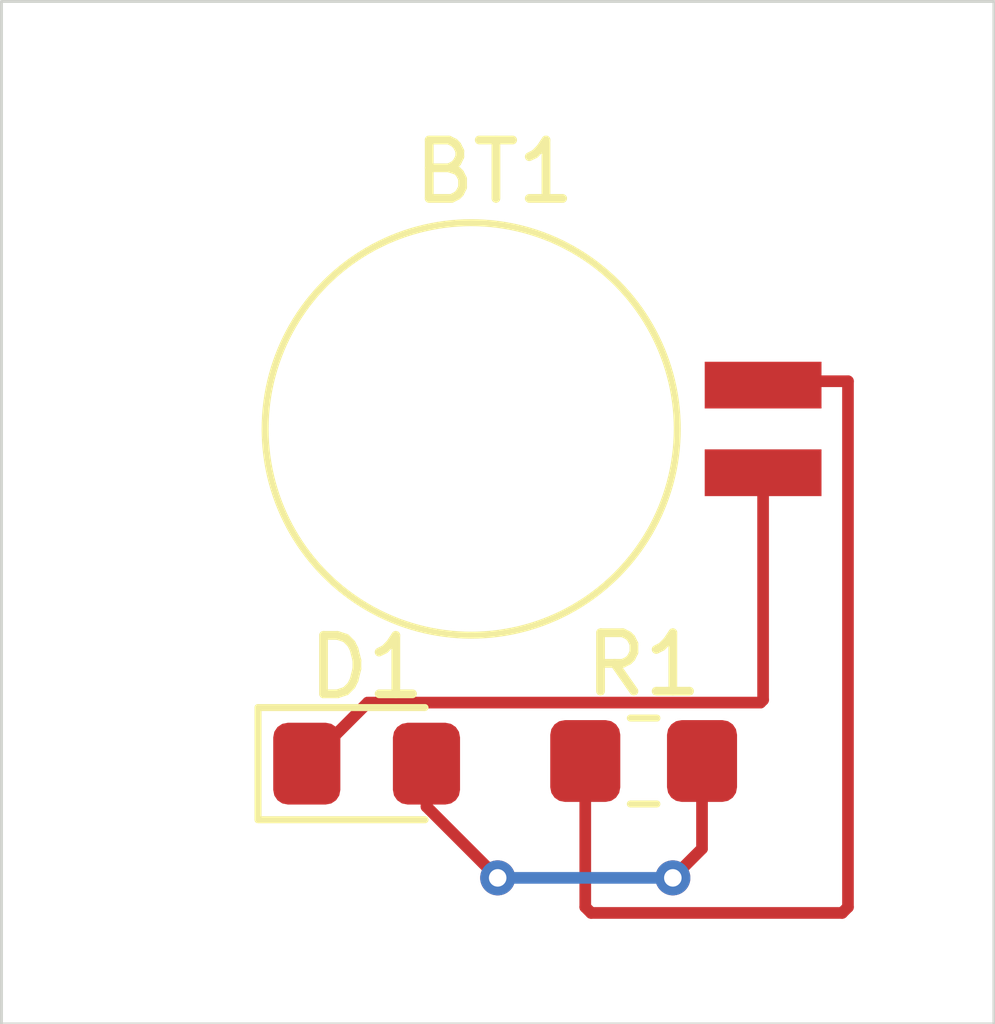
<source format=kicad_pcb>
(kicad_pcb (version 20240108) (generator "pcbnew") (generator_version "8.0")
  (title_block (title "Simple LED Circuit") (date "2024-10-08") (rev "0.0"))
  (layers (0 "F.Cu" signal) (31 "B.Cu" signal) (34 "B.Paste" user) (35 "F.Paste" user) (36 "B.SilkS" user "B.Silkscreen") (37 "F.SilkS" user "F.Silkscreen") (38 "B.Mask" user) (39 "F.Mask" user) (44 "Edge.Cuts" user))
  (net 0 "")
  (net 1 "Net-(BT1-+)")
  (net 2 "Net-(BT1--)")
  (net 3 "Net-(D1-A)")
  (footprint "Resistor_SMD:R_0805_2012Metric_Pad1.20x1.40mm_HandSolder" (layer "F.Cu") (at 82.5 68.5)
    (property "Reference" "R1" (at 0 -1.65 0) (layer "F.SilkS"))
    (property "Value" "R")
    (fp_line (start -0.227064 -0.735) (end 0.227064 -0.735) (stroke (width 0.12)) (layer "F.SilkS"))
    (fp_line (start -0.227064 0.735) (end 0.227064 0.735) (stroke (width 0.12)) (layer "F.SilkS"))
    (pad "1" smd roundrect (at -1 0) (size 1.2 1.4) (layers "F.Cu" "F.Paste" "F.Mask") (roundrect_rratio 0.208333) (net 1 "Net-(BT1-+)"))
    (pad "2" smd roundrect (at 1 0) (size 1.2 1.4) (layers "F.Cu" "F.Paste" "F.Mask") (roundrect_rratio 0.208333) (net 3 "Net-(D1-A)"))
  )
  (footprint "LED_SMD:LED_0805_2012Metric_Pad1.15x1.40mm_HandSolder" (layer "F.Cu") (at 77.755 68.545)
    (property "Reference" "D1" (at 0 -1.65 0) (layer "F.SilkS"))
    (property "Value" "LED")
    (fp_line (start -1.86 -0.96) (end -1.86 0.96) (stroke (width 0.12)) (layer "F.SilkS"))
    (fp_line (start -1.86 0.96) (end 1 0.96) (stroke (width 0.12)) (layer "F.SilkS"))
    (fp_line (start 1 -0.96) (end -1.86 -0.96) (stroke (width 0.12)) (layer "F.SilkS"))
    (pad "1" smd roundrect (at -1.025 0) (size 1.15 1.4) (layers "F.Cu" "F.Paste" "F.Mask") (roundrect_rratio 0.217391) (net 2 "Net-(BT1--)"))
    (pad "2" smd roundrect (at 1.025 0) (size 1.15 1.4) (layers "F.Cu" "F.Paste" "F.Mask") (roundrect_rratio 0.217391) (net 3 "Net-(D1-A)"))
  )
  (footprint "Battery:BatteryHolder_Seiko_MS621F" (layer "F.Cu") (at 84.546204 62.816204)
    (property "Reference" "BT1" (at -4.6 -4.4 0) (layer "F.SilkS"))
    (property "Value" "Battery_Cell")
    (fp_circle (center -5 0) (end -1.47 0) (stroke (width 0.12)) (fill none) (layer "F.SilkS"))
    (pad "1" smd rect (at 0 -0.75) (size 2 0.8) (layers "F.Cu" "F.Paste" "F.Mask") (net 1 "Net-(BT1-+)"))
    (pad "2" smd rect (at 0 0.75) (size 2 0.8) (layers "F.Cu" "F.Paste" "F.Mask") (net 2 "Net-(BT1--)"))
  )
  (gr_rect (start 71.5 55.5) (end 88.5 73) (stroke (width 0.05)) (fill none) (layer "Edge.Cuts"))
  (segment (start 86 71) (end 86 62) (width 0.2) (layer "F.Cu") (net 1))
  (segment (start 81.5 71) (end 81.6 71.1) (width 0.2) (layer "F.Cu") (net 1))
  (segment (start 85.9 71.1) (end 86 71) (width 0.2) (layer "F.Cu") (net 1))
  (segment (start 81.5 68.5) (end 81.5 71) (width 0.2) (layer "F.Cu") (net 1))
  (segment (start 81.6 71.1) (end 85.9 71.1) (width 0.2) (layer "F.Cu") (net 1))
  (segment (start 86 62) (end 84.612408 62) (width 0.2) (layer "F.Cu") (net 1))
  (segment (start 84.612408 62) (end 84.546204 62.066204) (width 0.2) (layer "F.Cu") (net 1))
  (segment (start 77.775 67.5) (end 84.5 67.5) (width 0.2) (layer "F.Cu") (net 2))
  (segment (start 76.73 68.545) (end 77.775 67.5) (width 0.2) (layer "F.Cu") (net 2))
  (segment (start 84.5 67.5) (end 84.546204 67.453796) (width 0.2) (layer "F.Cu") (net 2))
  (segment (start 84.546204 67.453796) (end 84.546204 63.566204) (width 0.2) (layer "F.Cu") (net 2))
  (segment (start 78.78 69.28) (end 78.78 68.545) (width 0.2) (layer "F.Cu") (net 3))
  (segment (start 80 70.5) (end 78.78 69.28) (width 0.2) (layer "F.Cu") (net 3))
  (segment (start 83.5 70) (end 83 70.5) (width 0.2) (layer "F.Cu") (net 3))
  (segment (start 83.5 68.5) (end 83.5 70) (width 0.2) (layer "F.Cu") (net 3))
  (via (at 83 70.5) (size 0.6) (drill 0.3) (layers "F.Cu" "B.Cu") (net 3))
  (via (at 80 70.5) (size 0.6) (drill 0.3) (layers "F.Cu" "B.Cu") (net 3))
  (segment (start 83 70.5) (end 80 70.5) (width 0.2) (layer "B.Cu") (net 3))
)
</source>
